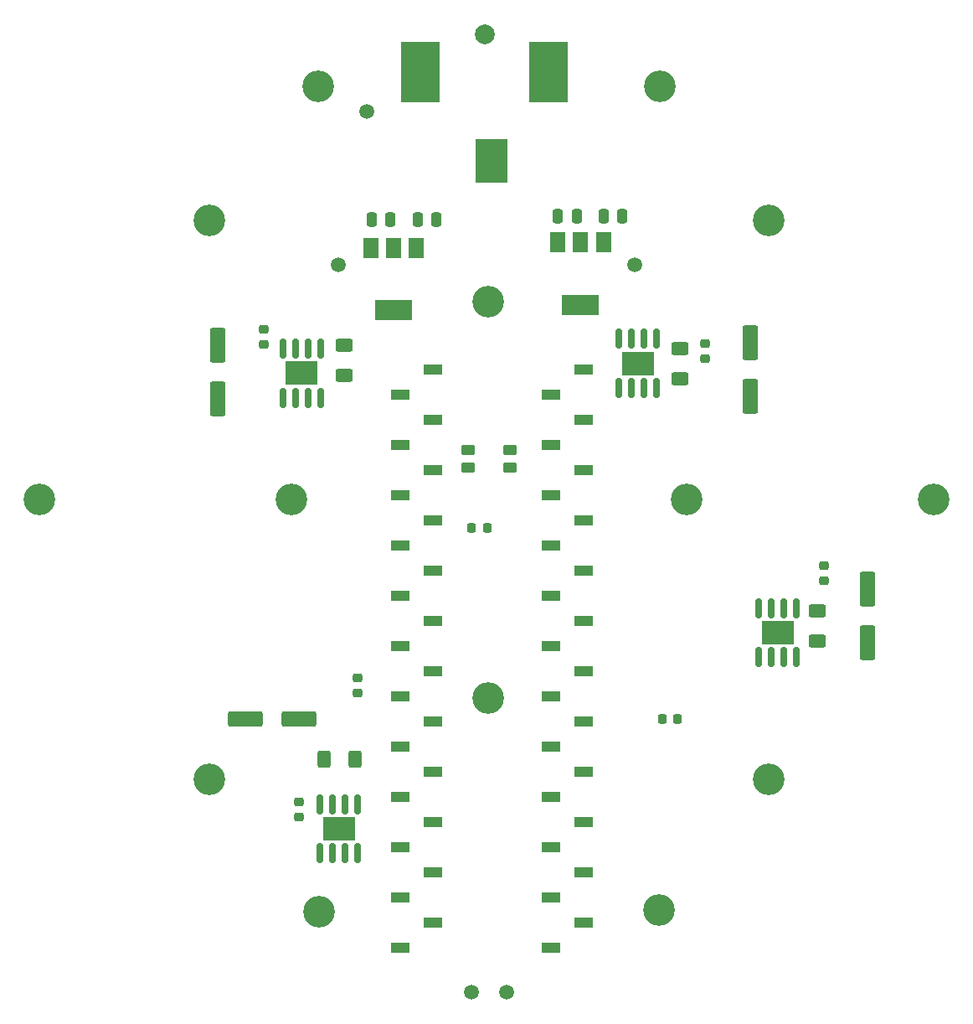
<source format=gbs>
%TF.GenerationSoftware,KiCad,Pcbnew,7.0.9*%
%TF.CreationDate,2024-01-26T12:36:02+01:00*%
%TF.ProjectId,maglev26,6d61676c-6576-4323-962e-6b696361645f,1.0*%
%TF.SameCoordinates,Original*%
%TF.FileFunction,Soldermask,Bot*%
%TF.FilePolarity,Negative*%
%FSLAX46Y46*%
G04 Gerber Fmt 4.6, Leading zero omitted, Abs format (unit mm)*
G04 Created by KiCad (PCBNEW 7.0.9) date 2024-01-26 12:36:02*
%MOMM*%
%LPD*%
G01*
G04 APERTURE LIST*
G04 Aperture macros list*
%AMRoundRect*
0 Rectangle with rounded corners*
0 $1 Rounding radius*
0 $2 $3 $4 $5 $6 $7 $8 $9 X,Y pos of 4 corners*
0 Add a 4 corners polygon primitive as box body*
4,1,4,$2,$3,$4,$5,$6,$7,$8,$9,$2,$3,0*
0 Add four circle primitives for the rounded corners*
1,1,$1+$1,$2,$3*
1,1,$1+$1,$4,$5*
1,1,$1+$1,$6,$7*
1,1,$1+$1,$8,$9*
0 Add four rect primitives between the rounded corners*
20,1,$1+$1,$2,$3,$4,$5,0*
20,1,$1+$1,$4,$5,$6,$7,0*
20,1,$1+$1,$6,$7,$8,$9,0*
20,1,$1+$1,$8,$9,$2,$3,0*%
G04 Aperture macros list end*
%ADD10C,10.000000*%
%ADD11RoundRect,0.250000X-0.250000X-0.475000X0.250000X-0.475000X0.250000X0.475000X-0.250000X0.475000X0*%
%ADD12RoundRect,0.250000X-0.450000X0.262500X-0.450000X-0.262500X0.450000X-0.262500X0.450000X0.262500X0*%
%ADD13RoundRect,0.250000X-0.550000X1.500000X-0.550000X-1.500000X0.550000X-1.500000X0.550000X1.500000X0*%
%ADD14C,1.500000*%
%ADD15C,3.200000*%
%ADD16RoundRect,0.250000X-0.625000X0.400000X-0.625000X-0.400000X0.625000X-0.400000X0.625000X0.400000X0*%
%ADD17RoundRect,0.225000X-0.225000X-0.250000X0.225000X-0.250000X0.225000X0.250000X-0.225000X0.250000X0*%
%ADD18RoundRect,0.150000X0.150000X-0.825000X0.150000X0.825000X-0.150000X0.825000X-0.150000X-0.825000X0*%
%ADD19R,3.300000X2.410000*%
%ADD20RoundRect,0.225000X0.225000X0.250000X-0.225000X0.250000X-0.225000X-0.250000X0.225000X-0.250000X0*%
%ADD21R,1.500000X2.000000*%
%ADD22R,3.800000X2.000000*%
%ADD23RoundRect,0.250000X-1.500000X-0.550000X1.500000X-0.550000X1.500000X0.550000X-1.500000X0.550000X0*%
%ADD24R,1.900000X1.000000*%
%ADD25RoundRect,0.250000X0.250000X0.475000X-0.250000X0.475000X-0.250000X-0.475000X0.250000X-0.475000X0*%
%ADD26C,2.000000*%
%ADD27R,3.300000X4.400000*%
%ADD28R,3.900000X6.200000*%
%ADD29RoundRect,0.225000X-0.250000X0.225000X-0.250000X-0.225000X0.250000X-0.225000X0.250000X0.225000X0*%
%ADD30RoundRect,0.250000X0.450000X-0.262500X0.450000X0.262500X-0.450000X0.262500X-0.450000X-0.262500X0*%
%ADD31RoundRect,0.250000X0.400000X0.625000X-0.400000X0.625000X-0.400000X-0.625000X0.400000X-0.625000X0*%
G04 APERTURE END LIST*
D10*
D11*
X139020000Y-70930400D03*
X140920000Y-70930400D03*
D12*
X148336000Y-94210500D03*
X148336000Y-96035500D03*
D13*
X172700000Y-83370400D03*
X172700000Y-88770400D03*
D14*
X144500000Y-149000000D03*
D15*
X129077025Y-140852859D03*
D16*
X179451000Y-110434000D03*
X179451000Y-113534000D03*
D17*
X163766200Y-121412000D03*
X165316200Y-121412000D03*
D15*
X126250000Y-99250000D03*
D11*
X134380000Y-70900400D03*
X136280000Y-70900400D03*
D18*
X132969000Y-134971000D03*
X131699000Y-134971000D03*
X130429000Y-134971000D03*
X129159000Y-134971000D03*
X129159000Y-130021000D03*
X130429000Y-130021000D03*
X131699000Y-130021000D03*
X132969000Y-130021000D03*
D19*
X131064000Y-132496000D03*
D18*
X129222000Y-88927000D03*
X127952000Y-88927000D03*
X126682000Y-88927000D03*
X125412000Y-88927000D03*
X125412000Y-83977000D03*
X126682000Y-83977000D03*
X127952000Y-83977000D03*
X129222000Y-83977000D03*
D19*
X127317000Y-86452000D03*
D15*
X100750000Y-99250000D03*
D14*
X131000000Y-75500000D03*
D20*
X146063000Y-102108000D03*
X144513000Y-102108000D03*
D15*
X118000000Y-71000000D03*
D13*
X118810000Y-83670400D03*
X118810000Y-89070400D03*
X184540000Y-108260400D03*
X184540000Y-113660400D03*
D15*
X146208951Y-79245847D03*
D21*
X134290000Y-73780400D03*
X136590000Y-73780400D03*
D22*
X136590000Y-80080400D03*
D21*
X138890000Y-73780400D03*
D15*
X191250000Y-99250000D03*
D23*
X121630000Y-121360400D03*
X127030000Y-121360400D03*
D24*
X152520000Y-144517150D03*
X155820000Y-141977150D03*
X152520000Y-139437150D03*
X155820000Y-136897150D03*
X152520000Y-134357150D03*
X155820000Y-131817150D03*
X152520000Y-129277150D03*
X155820000Y-126737150D03*
X152520000Y-124197150D03*
X155820000Y-121657150D03*
X152520000Y-119117150D03*
X155820000Y-116577150D03*
X152520000Y-114037150D03*
X155820000Y-111497150D03*
X152520000Y-108957150D03*
X155820000Y-106417150D03*
X152520000Y-103877150D03*
X155820000Y-101337150D03*
X152520000Y-98797150D03*
X155820000Y-96257150D03*
X152520000Y-93717150D03*
X155820000Y-91177150D03*
X152520000Y-88637150D03*
X155820000Y-86097150D03*
D14*
X161000000Y-75500000D03*
X133858000Y-60000000D03*
D15*
X174500000Y-127500000D03*
D14*
X148000000Y-149000000D03*
D16*
X131572000Y-83597000D03*
X131572000Y-86697000D03*
D25*
X159750000Y-70570400D03*
X157850000Y-70570400D03*
D15*
X166250000Y-99250000D03*
D26*
X145800000Y-52200000D03*
D27*
X146500000Y-65000000D03*
D28*
X139350000Y-56000000D03*
X152250000Y-56000000D03*
D18*
X163220000Y-87935400D03*
X161950000Y-87935400D03*
X160680000Y-87935400D03*
X159410000Y-87935400D03*
X159410000Y-82985400D03*
X160680000Y-82985400D03*
X161950000Y-82985400D03*
X163220000Y-82985400D03*
D19*
X161315000Y-85460400D03*
D15*
X129000000Y-57500000D03*
D29*
X127000000Y-129781000D03*
X127000000Y-131331000D03*
D15*
X163412036Y-140678157D03*
X146198475Y-119261890D03*
D16*
X165570000Y-83945400D03*
X165570000Y-87045400D03*
D21*
X153210000Y-73240400D03*
X155510000Y-73240400D03*
D22*
X155510000Y-79540400D03*
D21*
X157810000Y-73240400D03*
D30*
X144145000Y-96035500D03*
X144145000Y-94210500D03*
D18*
X177356000Y-115159000D03*
X176086000Y-115159000D03*
X174816000Y-115159000D03*
X173546000Y-115159000D03*
X173546000Y-110209000D03*
X174816000Y-110209000D03*
X176086000Y-110209000D03*
X177356000Y-110209000D03*
D19*
X175451000Y-112684000D03*
D29*
X132969000Y-117221000D03*
X132969000Y-118771000D03*
D15*
X174500000Y-71000000D03*
D25*
X155130000Y-70580400D03*
X153230000Y-70580400D03*
D15*
X163500000Y-57500000D03*
D29*
X123490000Y-82035400D03*
X123490000Y-83585400D03*
D24*
X137280000Y-144517150D03*
X140580000Y-141977150D03*
X137280000Y-139437150D03*
X140580000Y-136897150D03*
X137280000Y-134357150D03*
X140580000Y-131817150D03*
X137280000Y-129277150D03*
X140580000Y-126737150D03*
X137280000Y-124197150D03*
X140580000Y-121657150D03*
X137280000Y-119117150D03*
X140580000Y-116577150D03*
X137280000Y-114037150D03*
X140580000Y-111497150D03*
X137280000Y-108957150D03*
X140580000Y-106417150D03*
X137280000Y-103877150D03*
X140580000Y-101337150D03*
X137280000Y-98797150D03*
X140580000Y-96257150D03*
X137280000Y-93717150D03*
X140580000Y-91177150D03*
X137280000Y-88637150D03*
X140580000Y-86097150D03*
D31*
X132680000Y-125500400D03*
X129580000Y-125500400D03*
D29*
X168110000Y-83450400D03*
X168110000Y-85000400D03*
D15*
X118000000Y-127500000D03*
D29*
X180150000Y-105895400D03*
X180150000Y-107445400D03*
M02*

</source>
